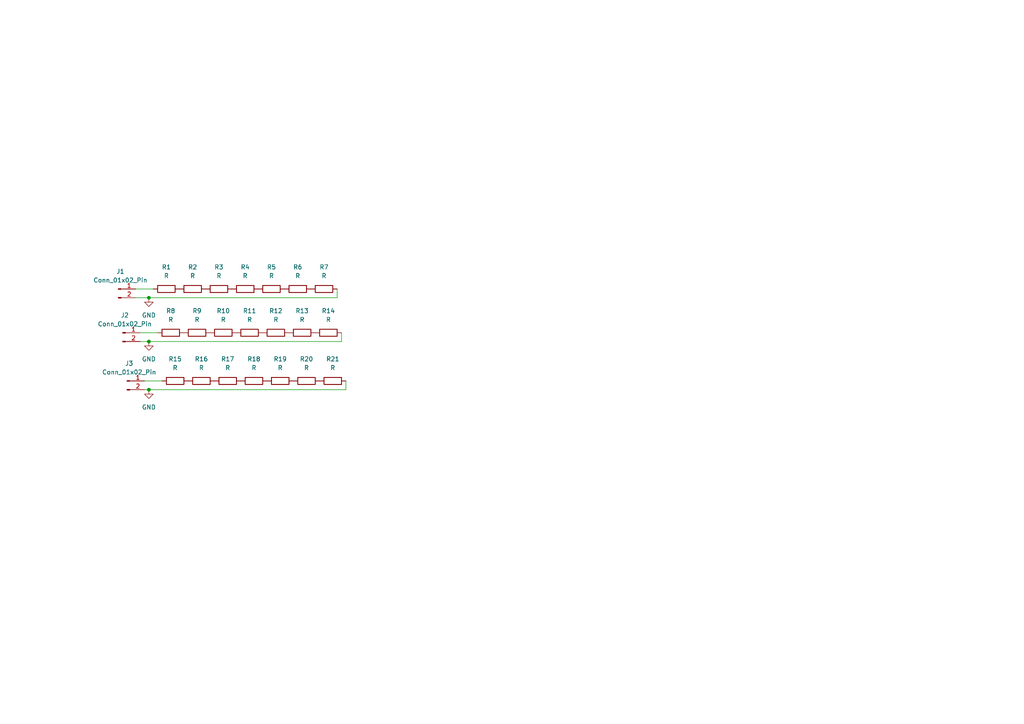
<source format=kicad_sch>
(kicad_sch (version 20250114) (generator "eeschema") (generator_version "9.0")
  (paper "A4")
  (lib_symbols
    (symbol "Connector:Conn_01x02_Pin" (pin_names (offset 1.016) (hide yes))
      (property "Reference" "J" (at 0 2.54 0))
      (property "Value" "Conn_01x02_Pin" (at 0 -5.08 0))
      (symbol "Conn_01x02_Pin_1_1"
        (rectangle (start 0.8636 0.127) (end 0 -0.127) (stroke (width 0.1524)) (fill (type outline)))
        (rectangle (start 0.8636 -2.413) (end 0 -2.667) (stroke (width 0.1524)) (fill (type outline)))
        (polyline (pts (xy 1.27 0) (xy 0.8636 0)) (stroke (width 0.1524)))
        (polyline (pts (xy 1.27 -2.54) (xy 0.8636 -2.54)) (stroke (width 0.1524)))
        (pin passive line (at 5.08 0 180) (length 3.81) (name "Pin_1") (number "1"))
        (pin passive line (at 5.08 -2.54 180) (length 3.81) (name "Pin_2") (number "2"))
      )
    )
    (symbol "Device:R" (pin_numbers (hide yes)) (pin_names (offset 0))
      (property "Reference" "R" (at 2.032 0 90))
      (property "Value" "R" (at 0 0 90))
      (symbol "R_0_1"
        (rectangle (start -1.016 -2.54) (end 1.016 2.54) (stroke (width 0.254)))
      )
      (symbol "R_1_1"
        (pin passive line (at 0 3.81 270) (length 1.27) (name "~") (number "1"))
        (pin passive line (at 0 -3.81 90) (length 1.27) (name "~") (number "2"))
      )
    )
    (symbol "power:GND" (power) (pin_numbers (hide yes)) (pin_names (offset 0) (hide yes))
      (property "Value" "GND" (at 0 -3.81 0))
      (symbol "GND_0_1"
        (polyline (pts (xy 0 0) (xy 0 -1.27) (xy 1.27 -1.27) (xy 0 -2.54) (xy -1.27 -1.27) (xy 0 -1.27)))
      )
      (symbol "GND_1_1"
        (pin power_in line (at 0 0 270) (length 0) (name "~") (number "1"))
      )
    )
  )
  (junction (at 43.18 86.36))
  (junction (at 43.18 99.06))
  (junction (at 43.18 113.03))
  (wire (pts (xy 43.18 99.06) (xy 40.64 99.06)))
  (wire (pts (xy 99.06 99.06) (xy 43.18 99.06)))
  (wire (pts (xy 99.06 96.52) (xy 99.06 99.06)))
  (wire (pts (xy 97.79 83.82) (xy 97.79 86.36)))
  (wire (pts (xy 40.64 96.52) (xy 45.72 96.52)))
  (wire (pts (xy 41.91 110.49) (xy 46.99 110.49)))
  (wire (pts (xy 100.33 113.03) (xy 43.18 113.03)))
  (wire (pts (xy 97.79 86.36) (xy 43.18 86.36)))
  (wire (pts (xy 43.18 86.36) (xy 39.37 86.36)))
  (wire (pts (xy 100.33 110.49) (xy 100.33 113.03)))
  (wire (pts (xy 39.37 83.82) (xy 44.45 83.82)))
  (wire (pts (xy 43.18 113.03) (xy 41.91 113.03)))
  (symbol (lib_id "Device:R") (at 78.74 83.82 90) (unit 1)
    (property "Reference" "R5" (at 78.74 77.47 90))
    (property "Value" "R" (at 78.74 80.01 90))
    (property "Footprint" "Resistor_SMD:R_0402_1005Metric" (effects (hide yes)))
    (property "Description" "Resistor" (effects (hide yes)))
  )
  (symbol (lib_id "Device:R") (at 63.5 83.82 90) (unit 1)
    (property "Reference" "R3" (at 63.5 77.47 90))
    (property "Value" "R" (at 63.5 80.01 90))
    (property "Footprint" "Resistor_SMD:R_0402_1005Metric" (effects (hide yes)))
    (property "Description" "Resistor" (effects (hide yes)))
  )
  (symbol (lib_id "Connector:Conn_01x02_Pin") (at 35.56 96.52 0) (unit 1)
    (property "Reference" "J2" (at 36.195 91.44 0))
    (property "Value" "Conn_01x02_Pin" (at 36.195 93.98 0))
    (property "Footprint" "Connector_PinHeader_2.54mm:PinHeader_1x02_P2.54mm_Vertical" (effects (hide yes)))
    (property "Description" "Generic connector, single row, 01x02, script generated" (effects (hide yes)))
  )
  (symbol (lib_id "Device:R") (at 55.88 83.82 90) (unit 1)
    (property "Reference" "R2" (at 55.88 77.47 90))
    (property "Value" "R" (at 55.88 80.01 90))
    (property "Footprint" "Resistor_SMD:R_0402_1005Metric" (effects (hide yes)))
    (property "Description" "Resistor" (effects (hide yes)))
  )
  (symbol (lib_id "power:GND") (at 43.18 86.36 0) (unit 1)
    (property "Reference" "#PWR01" (effects (hide yes)))
    (property "Value" "GND" (at 43.18 91.44 0))
    (property "Description" "Power symbol creates a global label with name \"GND\" , ground" (effects (hide yes)))
  )
  (symbol (lib_id "Device:R") (at 81.28 110.49 90) (unit 1)
    (property "Reference" "R19" (at 81.28 104.14 90))
    (property "Value" "R" (at 81.28 106.68 90))
    (property "Footprint" "Resistor_SMD:R_0402_1005Metric" (effects (hide yes)))
    (property "Description" "Resistor" (effects (hide yes)))
  )
  (symbol (lib_id "Device:R") (at 95.25 96.52 90) (unit 1)
    (property "Reference" "R14" (at 95.25 90.17 90))
    (property "Value" "R" (at 95.25 92.71 90))
    (property "Footprint" "Resistor_SMD:R_0402_1005Metric" (effects (hide yes)))
    (property "Description" "Resistor" (effects (hide yes)))
  )
  (symbol (lib_id "Device:R") (at 86.36 83.82 90) (unit 1)
    (property "Reference" "R6" (at 86.36 77.47 90))
    (property "Value" "R" (at 86.36 80.01 90))
    (property "Footprint" "Resistor_SMD:R_0402_1005Metric" (effects (hide yes)))
    (property "Description" "Resistor" (effects (hide yes)))
  )
  (symbol (lib_id "Device:R") (at 49.53 96.52 90) (unit 1)
    (property "Reference" "R8" (at 49.53 90.17 90))
    (property "Value" "R" (at 49.53 92.71 90))
    (property "Footprint" "Resistor_SMD:R_0402_1005Metric" (effects (hide yes)))
    (property "Description" "Resistor" (effects (hide yes)))
  )
  (symbol (lib_id "Device:R") (at 72.39 96.52 90) (unit 1)
    (property "Reference" "R11" (at 72.39 90.17 90))
    (property "Value" "R" (at 72.39 92.71 90))
    (property "Footprint" "Resistor_SMD:R_0402_1005Metric" (effects (hide yes)))
    (property "Description" "Resistor" (effects (hide yes)))
  )
  (symbol (lib_id "Device:R") (at 88.9 110.49 90) (unit 1)
    (property "Reference" "R20" (at 88.9 104.14 90))
    (property "Value" "R" (at 88.9 106.68 90))
    (property "Footprint" "Resistor_SMD:R_0402_1005Metric" (effects (hide yes)))
    (property "Description" "Resistor" (effects (hide yes)))
  )
  (symbol (lib_id "Device:R") (at 80.01 96.52 90) (unit 1)
    (property "Reference" "R12" (at 80.01 90.17 90))
    (property "Value" "R" (at 80.01 92.71 90))
    (property "Footprint" "Resistor_SMD:R_0402_1005Metric" (effects (hide yes)))
    (property "Description" "Resistor" (effects (hide yes)))
  )
  (symbol (lib_id "Device:R") (at 66.04 110.49 90) (unit 1)
    (property "Reference" "R17" (at 66.04 104.14 90))
    (property "Value" "R" (at 66.04 106.68 90))
    (property "Footprint" "Resistor_SMD:R_0402_1005Metric" (effects (hide yes)))
    (property "Description" "Resistor" (effects (hide yes)))
  )
  (symbol (lib_id "Device:R") (at 96.52 110.49 90) (unit 1)
    (property "Reference" "R21" (at 96.52 104.14 90))
    (property "Value" "R" (at 96.52 106.68 90))
    (property "Footprint" "Resistor_SMD:R_0402_1005Metric" (effects (hide yes)))
    (property "Description" "Resistor" (effects (hide yes)))
  )
  (symbol (lib_id "Device:R") (at 50.8 110.49 90) (unit 1)
    (property "Reference" "R15" (at 50.8 104.14 90))
    (property "Value" "R" (at 50.8 106.68 90))
    (property "Footprint" "Resistor_SMD:R_0402_1005Metric" (effects (hide yes)))
    (property "Description" "Resistor" (effects (hide yes)))
  )
  (symbol (lib_id "Device:R") (at 58.42 110.49 90) (unit 1)
    (property "Reference" "R16" (at 58.42 104.14 90))
    (property "Value" "R" (at 58.42 106.68 90))
    (property "Footprint" "Resistor_SMD:R_0402_1005Metric" (effects (hide yes)))
    (property "Description" "Resistor" (effects (hide yes)))
  )
  (symbol (lib_id "Device:R") (at 93.98 83.82 90) (unit 1)
    (property "Reference" "R7" (at 93.98 77.47 90))
    (property "Value" "R" (at 93.98 80.01 90))
    (property "Footprint" "Resistor_SMD:R_0402_1005Metric" (effects (hide yes)))
    (property "Description" "Resistor" (effects (hide yes)))
  )
  (symbol (lib_id "Device:R") (at 48.26 83.82 90) (unit 1)
    (property "Reference" "R1" (at 48.26 77.47 90))
    (property "Value" "R" (at 48.26 80.01 90))
    (property "Footprint" "Resistor_SMD:R_0402_1005Metric" (effects (hide yes)))
    (property "Description" "Resistor" (effects (hide yes)))
  )
  (symbol (lib_id "power:GND") (at 43.18 99.06 0) (unit 1)
    (property "Reference" "#PWR02" (effects (hide yes)))
    (property "Value" "GND" (at 43.18 104.14 0))
    (property "Description" "Power symbol creates a global label with name \"GND\" , ground" (effects (hide yes)))
  )
  (symbol (lib_id "Device:R") (at 73.66 110.49 90) (unit 1)
    (property "Reference" "R18" (at 73.66 104.14 90))
    (property "Value" "R" (at 73.66 106.68 90))
    (property "Footprint" "Resistor_SMD:R_0402_1005Metric" (effects (hide yes)))
    (property "Description" "Resistor" (effects (hide yes)))
  )
  (symbol (lib_id "Device:R") (at 71.12 83.82 90) (unit 1)
    (property "Reference" "R4" (at 71.12 77.47 90))
    (property "Value" "R" (at 71.12 80.01 90))
    (property "Footprint" "Resistor_SMD:R_0402_1005Metric" (effects (hide yes)))
    (property "Description" "Resistor" (effects (hide yes)))
  )
  (symbol (lib_id "Device:R") (at 64.77 96.52 90) (unit 1)
    (property "Reference" "R10" (at 64.77 90.17 90))
    (property "Value" "R" (at 64.77 92.71 90))
    (property "Footprint" "Resistor_SMD:R_0402_1005Metric" (effects (hide yes)))
    (property "Description" "Resistor" (effects (hide yes)))
  )
  (symbol (lib_id "Connector:Conn_01x02_Pin") (at 34.29 83.82 0) (unit 1)
    (property "Reference" "J1" (at 34.925 78.74 0))
    (property "Value" "Conn_01x02_Pin" (at 34.925 81.28 0))
    (property "Footprint" "Connector_PinHeader_2.54mm:PinHeader_1x02_P2.54mm_Vertical" (effects (hide yes)))
    (property "Description" "Generic connector, single row, 01x02, script generated" (effects (hide yes)))
  )
  (symbol (lib_id "Device:R") (at 87.63 96.52 90) (unit 1)
    (property "Reference" "R13" (at 87.63 90.17 90))
    (property "Value" "R" (at 87.63 92.71 90))
    (property "Footprint" "Resistor_SMD:R_0402_1005Metric" (effects (hide yes)))
    (property "Description" "Resistor" (effects (hide yes)))
  )
  (symbol (lib_id "Connector:Conn_01x02_Pin") (at 36.83 110.49 0) (unit 1)
    (property "Reference" "J3" (at 37.465 105.41 0))
    (property "Value" "Conn_01x02_Pin" (at 37.465 107.95 0))
    (property "Footprint" "Connector_PinHeader_2.54mm:PinHeader_1x02_P2.54mm_Vertical" (effects (hide yes)))
    (property "Description" "Generic connector, single row, 01x02, script generated" (effects (hide yes)))
  )
  (symbol (lib_id "Device:R") (at 57.15 96.52 90) (unit 1)
    (property "Reference" "R9" (at 57.15 90.17 90))
    (property "Value" "R" (at 57.15 92.71 90))
    (property "Footprint" "Resistor_SMD:R_0402_1005Metric" (effects (hide yes)))
    (property "Description" "Resistor" (effects (hide yes)))
  )
  (symbol (lib_id "power:GND") (at 43.18 113.03 0) (unit 1)
    (property "Reference" "#PWR03" (effects (hide yes)))
    (property "Value" "GND" (at 43.18 118.11 0))
    (property "Description" "Power symbol creates a global label with name \"GND\" , ground" (effects (hide yes)))
  )
)
</source>
